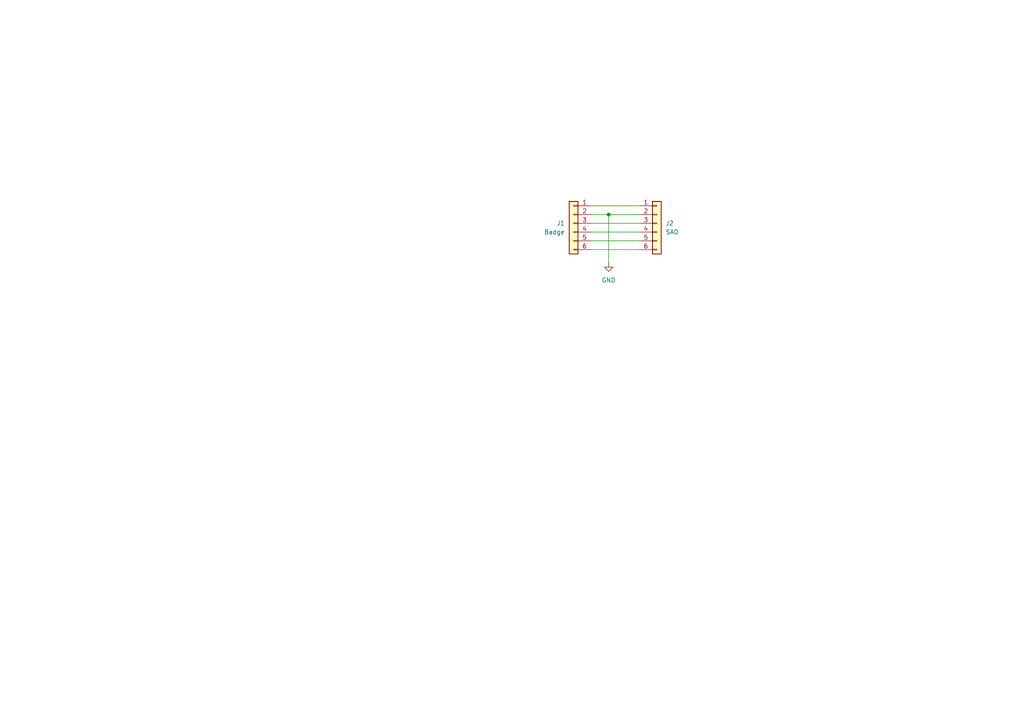
<source format=kicad_sch>
(kicad_sch (version 20231120) (generator "eeschema") (generator_version "8.0")
  (paper "A4")
  (title_block (title "Supercon8 SAO Up") (date "11/01/2024") (rev "1.0"))
  (lib_symbols
    (symbol "Connector_Generic:Conn_01x06" (pin_names (offset 1.016) hide)
      (property "Reference" "J" (at 0 7.62 0))
      (property "Value" "Conn_01x06" (at 0 -10.16 0))
      (symbol "Conn_01x06_1_1"
        (rectangle (start -1.27 -7.493) (end 0 -7.747) (stroke (width 0.1524)))
        (rectangle (start -1.27 -4.953) (end 0 -5.207) (stroke (width 0.1524)))
        (rectangle (start -1.27 -2.413) (end 0 -2.667) (stroke (width 0.1524)))
        (rectangle (start -1.27 0.127) (end 0 -0.127) (stroke (width 0.1524)))
        (rectangle (start -1.27 2.667) (end 0 2.413) (stroke (width 0.1524)))
        (rectangle (start -1.27 5.207) (end 0 4.953) (stroke (width 0.1524)))
        (rectangle (start -1.27 6.35) (end 1.27 -8.89) (stroke (width 0.254)) (fill (type background)))
        (pin passive line (at -5.08 5.08 0) (length 3.81) (name "Pin_1") (number "1"))
        (pin passive line (at -5.08 2.54 0) (length 3.81) (name "Pin_2") (number "2"))
        (pin passive line (at -5.08 0 0) (length 3.81) (name "Pin_3") (number "3"))
        (pin passive line (at -5.08 -2.54 0) (length 3.81) (name "Pin_4") (number "4"))
        (pin passive line (at -5.08 -5.08 0) (length 3.81) (name "Pin_5") (number "5"))
        (pin passive line (at -5.08 -7.62 0) (length 3.81) (name "Pin_6") (number "6"))
      )
    )
    (symbol "power:GND" (power) (pin_numbers hide) (pin_names (offset 0) hide)
      (property "Value" "GND" (at 0 -3.81 0))
      (symbol "GND_0_1"
        (polyline (pts (xy 0 0) (xy 0 -1.27) (xy 1.27 -1.27) (xy 0 -2.54) (xy -1.27 -1.27) (xy 0 -1.27)))
      )
      (symbol "GND_1_1"
        (pin power_in line (at 0 0 270) (length 0) (name "~") (number "1"))
      )
    )
  )
  (junction (at 176.53 62.23))
  (wire (pts (xy 171.45 64.77) (xy 185.42 64.77)))
  (wire (pts (xy 176.53 62.23) (xy 176.53 76.2)))
  (wire (pts (xy 176.53 62.23) (xy 185.42 62.23)))
  (wire (pts (xy 171.45 69.85) (xy 185.42 69.85)))
  (wire (pts (xy 171.45 67.31) (xy 185.42 67.31)))
  (wire (pts (xy 171.45 59.69) (xy 185.42 59.69)))
  (wire (pts (xy 171.45 72.39) (xy 185.42 72.39)))
  (wire (pts (xy 171.45 62.23) (xy 176.53 62.23)))
  (symbol (lib_id "power:GND") (at 176.53 76.2 0) (unit 1)
    (property "Reference" "#PWR01" (effects (hide yes)))
    (property "Value" "GND" (at 176.53 81.28 0))
    (property "Description" "Power symbol creates a global label with name \"GND\" , ground" (effects (hide yes)))
  )
  (symbol (lib_id "Connector_Generic:Conn_01x06") (at 166.37 64.77 0) (mirror y) (unit 1)
    (property "Reference" "J1" (at 163.83 64.7699 0) (effects (justify left)))
    (property "Value" "Badge" (at 163.83 67.3099 0) (effects (justify left)))
    (property "Footprint" "Connector_PinHeader_2.54mm:PinHeader_2x03_P2.54mm_Vertical" (effects (hide yes)))
    (property "Description" "Generic connector, single row, 01x06, script generated (kicad-library-utils/schlib/autogen/connector/)" (effects (hide yes)))
  )
  (symbol (lib_id "Connector_Generic:Conn_01x06") (at 190.5 64.77 0) (unit 1)
    (property "Reference" "J2" (at 193.04 64.7699 0) (effects (justify left)))
    (property "Value" "SAO" (at 193.04 67.3099 0) (effects (justify left)))
    (property "Footprint" "Connector_PinSocket_2.54mm:PinSocket_2x03_P2.54mm_Vertical" (effects (hide yes)))
    (property "Description" "Generic connector, single row, 01x06, script generated (kicad-library-utils/schlib/autogen/connector/)" (effects (hide yes)))
  )
)
</source>
